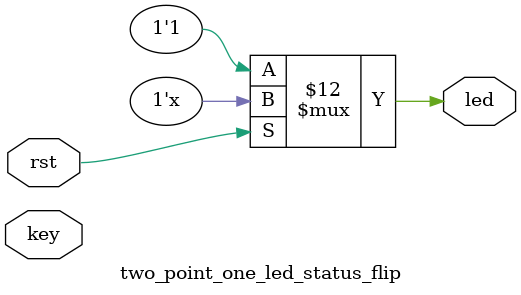
<source format=v>
/*
 * @Author: zhao-leo 18055219130@163.com
 * @Date: 2024-10-18 21:28:42
 * @LastEditors: zhao-leo 18055219130@163.com
 * @LastEditTime: 2024-10-18 21:29:50
 * @FilePath: \module\2_1\two_point_one_led_status_flip.v
 */
module two_point_one_led_status_flip(key,rst,led); 
    input key,rst; //按键输入、复位输入
    output reg led; //led 输出
    always @(key or rst)
    if (!rst) //低电平复位
        led = 1; //复位时 led 熄灭
    else if(key == 0) 
        led = ~led; //按键按下时 led 翻转
    else
        led = led;
endmodule

</source>
